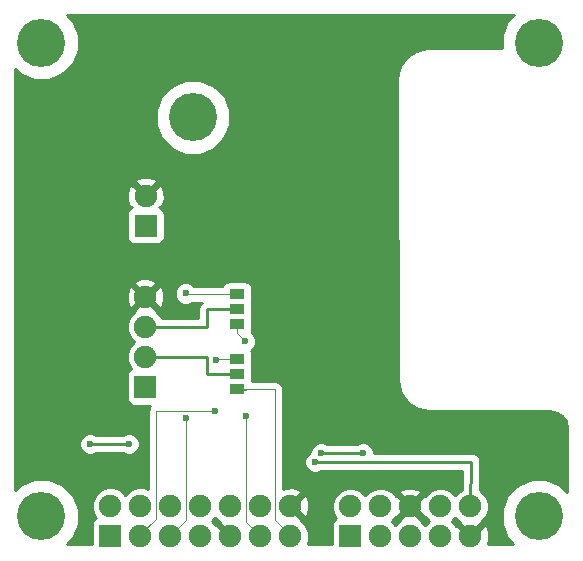
<source format=gtl>
G04 #@! TF.FileFunction,Copper,L1,Top,Signal*
%FSLAX46Y46*%
G04 Gerber Fmt 4.6, Leading zero omitted, Abs format (unit mm)*
G04 Created by KiCad (PCBNEW 4.0.6) date Monday, 31 July 2017 'PMt' 21:07:52*
%MOMM*%
%LPD*%
G01*
G04 APERTURE LIST*
%ADD10C,0.100000*%
%ADD11C,0.600000*%
%ADD12R,1.900000X1.900000*%
%ADD13C,1.900000*%
%ADD14R,1.270000X0.970000*%
%ADD15C,4.064000*%
%ADD16C,0.250000*%
%ADD17C,0.200000*%
%ADD18C,0.254000*%
G04 APERTURE END LIST*
D10*
D11*
X163070000Y-115140000D03*
D12*
X149480000Y-107180000D03*
D13*
X149480000Y-104640000D03*
X149480000Y-102100000D03*
X149480000Y-99560000D03*
D12*
X146520000Y-119820000D03*
D13*
X146520000Y-117280000D03*
X149060000Y-119820000D03*
X149060000Y-117280000D03*
X151600000Y-119820000D03*
X151600000Y-117280000D03*
X154140000Y-119820000D03*
X154140000Y-117280000D03*
X156680000Y-119820000D03*
X156680000Y-117280000D03*
X159220000Y-119820000D03*
X159220000Y-117280000D03*
X161760000Y-119820000D03*
X161760000Y-117280000D03*
D12*
X166840000Y-119840000D03*
D13*
X166840000Y-117300000D03*
X169380000Y-119840000D03*
X169380000Y-117300000D03*
X171920000Y-119840000D03*
X171920000Y-117300000D03*
X174460000Y-119840000D03*
X174460000Y-117300000D03*
X177000000Y-119840000D03*
X177000000Y-117300000D03*
D14*
X157230000Y-104850000D03*
X157230000Y-106120000D03*
X157230000Y-107390000D03*
X157230000Y-99350000D03*
X157230000Y-100620000D03*
X157230000Y-101890000D03*
D15*
X182791100Y-78028800D03*
X140675000Y-78025000D03*
X140675000Y-118150000D03*
X182800000Y-118150000D03*
X153500000Y-84350000D03*
D11*
X148550000Y-114300000D03*
D12*
X149504400Y-93522800D03*
D13*
X149504400Y-90982800D03*
D11*
X148082000Y-112014000D03*
X144780000Y-112014000D03*
X155448000Y-104902000D03*
X155390000Y-109180000D03*
X152890000Y-99270000D03*
X152920000Y-109780000D03*
X164338000Y-112776000D03*
X167894000Y-112776000D03*
X163830000Y-113538000D03*
X157920000Y-103320000D03*
X158000000Y-109660000D03*
D16*
X149480000Y-104640000D02*
X154710000Y-104640000D01*
X154730000Y-106120000D02*
X157230000Y-106120000D01*
X154730000Y-104660000D02*
X154730000Y-106120000D01*
X154710000Y-104640000D02*
X154730000Y-104660000D01*
X149480000Y-102100000D02*
X154710000Y-102100000D01*
X154730000Y-100620000D02*
X157230000Y-100620000D01*
X154730000Y-102080000D02*
X154730000Y-100620000D01*
X154710000Y-102100000D02*
X154730000Y-102080000D01*
X144780000Y-112014000D02*
X148082000Y-112014000D01*
D10*
X149060000Y-119820000D02*
X149060000Y-119672000D01*
X149060000Y-119672000D02*
X150368000Y-118364000D01*
X155500000Y-104850000D02*
X157230000Y-104850000D01*
X155448000Y-104902000D02*
X155500000Y-104850000D01*
X150420000Y-109190000D02*
X155390000Y-109180000D01*
X150368000Y-118364000D02*
X150420000Y-109190000D01*
D17*
X149060000Y-119820000D02*
X149060000Y-119740000D01*
D10*
X152970000Y-99350000D02*
X157230000Y-99350000D01*
X152890000Y-99270000D02*
X152970000Y-99350000D01*
X152920000Y-118490000D02*
X152920000Y-109780000D01*
X151600000Y-119810000D02*
X152920000Y-118490000D01*
X151600000Y-119820000D02*
X151600000Y-119810000D01*
D16*
X164338000Y-112776000D02*
X167894000Y-112776000D01*
X177038000Y-113538000D02*
X177000000Y-117300000D01*
X177076000Y-113500000D02*
X177038000Y-113538000D01*
X163830000Y-113538000D02*
X177076000Y-113500000D01*
D10*
X159220000Y-119820000D02*
X159220000Y-119800000D01*
X159220000Y-119800000D02*
X158000000Y-118580000D01*
X157230000Y-102630000D02*
X157230000Y-101890000D01*
X157920000Y-103320000D02*
X157230000Y-102630000D01*
X158000000Y-118580000D02*
X158000000Y-109660000D01*
D17*
X159220000Y-119820000D02*
X159190000Y-119820000D01*
X159220000Y-119820000D02*
X159220000Y-119690000D01*
D10*
X157240000Y-107400000D02*
X160460000Y-107400000D01*
X160460000Y-118440000D02*
X160460000Y-107400000D01*
X160460000Y-118440000D02*
X161760000Y-119740000D01*
X157240000Y-107400000D02*
X157230000Y-107390000D01*
X161760000Y-119820000D02*
X161760000Y-119740000D01*
X157988000Y-107442000D02*
X157230000Y-107390000D01*
D18*
G36*
X180114592Y-76237034D02*
X179632650Y-77397679D01*
X179631713Y-78471056D01*
X179578753Y-78471056D01*
X179512569Y-78457891D01*
X179512265Y-78457951D01*
X179511960Y-78457891D01*
X173549271Y-78463191D01*
X173483408Y-78476353D01*
X173416240Y-78476353D01*
X172626574Y-78633428D01*
X172451969Y-78705752D01*
X172379645Y-78735710D01*
X171710201Y-79183020D01*
X171632500Y-79260721D01*
X171521210Y-79372010D01*
X171073901Y-80041457D01*
X171035924Y-80133142D01*
X170971620Y-80288386D01*
X170814547Y-81078051D01*
X170814547Y-81142351D01*
X170801414Y-81205304D01*
X170787726Y-82674342D01*
X170788491Y-82678382D01*
X170787698Y-82682418D01*
X170846483Y-106457518D01*
X170849315Y-106471575D01*
X170846481Y-106485824D01*
X170846481Y-106485827D01*
X170859643Y-106551996D01*
X170859643Y-106619465D01*
X171016718Y-107409130D01*
X171049753Y-107488882D01*
X171118999Y-107656058D01*
X171566309Y-108325503D01*
X171755300Y-108514494D01*
X172424746Y-108961803D01*
X172565020Y-109019906D01*
X172671674Y-109064084D01*
X173461339Y-109221158D01*
X173540411Y-109221158D01*
X173610000Y-109235000D01*
X183752344Y-109235000D01*
X184337980Y-109351490D01*
X184780842Y-109647401D01*
X185076753Y-110090263D01*
X185194375Y-110681583D01*
X185217745Y-116100565D01*
X184591766Y-115473492D01*
X183431121Y-114991550D01*
X182174393Y-114990453D01*
X181012908Y-115470369D01*
X180123492Y-116358234D01*
X179641550Y-117518879D01*
X179640453Y-118775607D01*
X180120369Y-119937092D01*
X180640822Y-120458454D01*
X178461271Y-120458454D01*
X178596188Y-120092602D01*
X178571352Y-119462539D01*
X178378019Y-118995792D01*
X178116350Y-118903255D01*
X177179605Y-119840000D01*
X177193748Y-119854143D01*
X177014143Y-120033748D01*
X177000000Y-120019605D01*
X176985858Y-120033748D01*
X176806253Y-119854143D01*
X176820395Y-119840000D01*
X175883650Y-118903255D01*
X175795561Y-118934407D01*
X175431529Y-118569739D01*
X175730261Y-118271529D01*
X176094211Y-118636116D01*
X176063255Y-118723650D01*
X177000000Y-119660395D01*
X177936745Y-118723650D01*
X177905593Y-118635561D01*
X178342914Y-118199003D01*
X178584724Y-117616659D01*
X178585275Y-116986107D01*
X178344481Y-116403343D01*
X177899003Y-115957086D01*
X177774127Y-115905233D01*
X177796403Y-113699899D01*
X177807303Y-113644268D01*
X177836000Y-113500000D01*
X177835783Y-113498911D01*
X177835997Y-113497820D01*
X177806855Y-113353482D01*
X177778148Y-113209161D01*
X177777531Y-113208238D01*
X177777311Y-113207148D01*
X177695121Y-113084902D01*
X177613401Y-112962599D01*
X177612478Y-112961982D01*
X177611858Y-112961060D01*
X177489231Y-112879631D01*
X177366839Y-112797852D01*
X177365749Y-112797635D01*
X177364824Y-112797021D01*
X177220404Y-112768724D01*
X177076000Y-112740000D01*
X177074911Y-112740217D01*
X177073820Y-112740003D01*
X168829011Y-112763656D01*
X168829162Y-112590833D01*
X168687117Y-112247057D01*
X168424327Y-111983808D01*
X168080799Y-111841162D01*
X167708833Y-111840838D01*
X167365057Y-111982883D01*
X167331882Y-112016000D01*
X164900463Y-112016000D01*
X164868327Y-111983808D01*
X164524799Y-111841162D01*
X164152833Y-111840838D01*
X163809057Y-111982883D01*
X163545808Y-112245673D01*
X163403162Y-112589201D01*
X163403063Y-112702735D01*
X163301057Y-112744883D01*
X163037808Y-113007673D01*
X162895162Y-113351201D01*
X162894838Y-113723167D01*
X163036883Y-114066943D01*
X163299673Y-114330192D01*
X163643201Y-114472838D01*
X164015167Y-114473162D01*
X164358943Y-114331117D01*
X164393735Y-114296386D01*
X176270645Y-114262314D01*
X176254172Y-115893198D01*
X176103343Y-115955519D01*
X175729739Y-116328471D01*
X175359003Y-115957086D01*
X174776659Y-115715276D01*
X174146107Y-115714725D01*
X173563343Y-115955519D01*
X173123884Y-116394211D01*
X173036350Y-116363255D01*
X172099605Y-117300000D01*
X173036350Y-118236745D01*
X173124439Y-118205593D01*
X173488471Y-118570261D01*
X173189739Y-118868471D01*
X172825789Y-118503884D01*
X172856745Y-118416350D01*
X171920000Y-117479605D01*
X170983255Y-118416350D01*
X171014407Y-118504439D01*
X170649739Y-118868471D01*
X170351529Y-118569739D01*
X170716116Y-118205789D01*
X170803650Y-118236745D01*
X171740395Y-117300000D01*
X170803650Y-116363255D01*
X170715561Y-116394407D01*
X170505172Y-116183650D01*
X170983255Y-116183650D01*
X171920000Y-117120395D01*
X172856745Y-116183650D01*
X172764208Y-115921981D01*
X172172602Y-115703812D01*
X171542539Y-115728648D01*
X171075792Y-115921981D01*
X170983255Y-116183650D01*
X170505172Y-116183650D01*
X170279003Y-115957086D01*
X169696659Y-115715276D01*
X169066107Y-115714725D01*
X168483343Y-115955519D01*
X168109739Y-116328471D01*
X167739003Y-115957086D01*
X167156659Y-115715276D01*
X166526107Y-115714725D01*
X165943343Y-115955519D01*
X165497086Y-116400997D01*
X165255276Y-116983341D01*
X165254725Y-117613893D01*
X165495519Y-118196657D01*
X165612585Y-118313927D01*
X165438559Y-118425910D01*
X165293569Y-118638110D01*
X165242560Y-118890000D01*
X165242560Y-120458454D01*
X163211103Y-120458454D01*
X163344724Y-120136659D01*
X163345275Y-119506107D01*
X163104481Y-118923343D01*
X162665789Y-118483884D01*
X162696745Y-118396350D01*
X161760000Y-117459605D01*
X161745858Y-117473748D01*
X161566253Y-117294143D01*
X161580395Y-117280000D01*
X161939605Y-117280000D01*
X162876350Y-118216745D01*
X163138019Y-118124208D01*
X163356188Y-117532602D01*
X163331352Y-116902539D01*
X163138019Y-116435792D01*
X162876350Y-116343255D01*
X161939605Y-117280000D01*
X161580395Y-117280000D01*
X161566253Y-117265858D01*
X161745858Y-117086253D01*
X161760000Y-117100395D01*
X162696745Y-116163650D01*
X162604208Y-115901981D01*
X162012602Y-115683812D01*
X161382539Y-115708648D01*
X161145000Y-115807040D01*
X161145000Y-107400000D01*
X161092857Y-107137862D01*
X160944368Y-106915632D01*
X160722138Y-106767143D01*
X160460000Y-106715000D01*
X158490164Y-106715000D01*
X158512440Y-106605000D01*
X158512440Y-105635000D01*
X158483179Y-105479493D01*
X158512440Y-105335000D01*
X158512440Y-104365000D01*
X158468162Y-104129683D01*
X158454154Y-104107915D01*
X158712192Y-103850327D01*
X158854838Y-103506799D01*
X158855162Y-103134833D01*
X158713117Y-102791057D01*
X158476239Y-102553765D01*
X158512440Y-102375000D01*
X158512440Y-101405000D01*
X158483179Y-101249493D01*
X158512440Y-101105000D01*
X158512440Y-100135000D01*
X158483179Y-99979493D01*
X158512440Y-99835000D01*
X158512440Y-98865000D01*
X158468162Y-98629683D01*
X158329090Y-98413559D01*
X158116890Y-98268569D01*
X157865000Y-98217560D01*
X156595000Y-98217560D01*
X156359683Y-98261838D01*
X156143559Y-98400910D01*
X155998569Y-98613110D01*
X155988061Y-98665000D01*
X153607193Y-98665000D01*
X153420327Y-98477808D01*
X153076799Y-98335162D01*
X152704833Y-98334838D01*
X152361057Y-98476883D01*
X152097808Y-98739673D01*
X151955162Y-99083201D01*
X151954838Y-99455167D01*
X152096883Y-99798943D01*
X152359673Y-100062192D01*
X152703201Y-100204838D01*
X153075167Y-100205162D01*
X153418943Y-100063117D01*
X153447109Y-100035000D01*
X154263836Y-100035000D01*
X154192599Y-100082599D01*
X154027852Y-100329161D01*
X153970000Y-100620000D01*
X153970000Y-101340000D01*
X150880947Y-101340000D01*
X150824481Y-101203343D01*
X150385789Y-100763884D01*
X150416745Y-100676350D01*
X149480000Y-99739605D01*
X148543255Y-100676350D01*
X148574407Y-100764439D01*
X148137086Y-101200997D01*
X147895276Y-101783341D01*
X147894725Y-102413893D01*
X148135519Y-102996657D01*
X148508471Y-103370261D01*
X148137086Y-103740997D01*
X147895276Y-104323341D01*
X147894725Y-104953893D01*
X148135519Y-105536657D01*
X148252585Y-105653927D01*
X148078559Y-105765910D01*
X147933569Y-105978110D01*
X147882560Y-106230000D01*
X147882560Y-108130000D01*
X147926838Y-108365317D01*
X148065910Y-108581441D01*
X148278110Y-108726431D01*
X148530000Y-108777440D01*
X149887536Y-108777440D01*
X149862065Y-108815726D01*
X149788639Y-108924279D01*
X149788101Y-108926905D01*
X149786617Y-108929136D01*
X149761303Y-109057747D01*
X149735011Y-109186118D01*
X149697361Y-115828443D01*
X149376659Y-115695276D01*
X148746107Y-115694725D01*
X148163343Y-115935519D01*
X147789739Y-116308471D01*
X147419003Y-115937086D01*
X146836659Y-115695276D01*
X146206107Y-115694725D01*
X145623343Y-115935519D01*
X145177086Y-116380997D01*
X144935276Y-116963341D01*
X144934725Y-117593893D01*
X145175519Y-118176657D01*
X145292585Y-118293927D01*
X145118559Y-118405910D01*
X144973569Y-118618110D01*
X144922560Y-118870000D01*
X144922560Y-120458454D01*
X142833917Y-120458454D01*
X143351508Y-119941766D01*
X143833450Y-118781121D01*
X143834547Y-117524393D01*
X143354631Y-116362908D01*
X142466766Y-115473492D01*
X141306121Y-114991550D01*
X140049393Y-114990453D01*
X138887908Y-115470369D01*
X138473697Y-115883858D01*
X138473697Y-112199167D01*
X143844838Y-112199167D01*
X143986883Y-112542943D01*
X144249673Y-112806192D01*
X144593201Y-112948838D01*
X144965167Y-112949162D01*
X145308943Y-112807117D01*
X145342118Y-112774000D01*
X147519537Y-112774000D01*
X147551673Y-112806192D01*
X147895201Y-112948838D01*
X148267167Y-112949162D01*
X148610943Y-112807117D01*
X148874192Y-112544327D01*
X149016838Y-112200799D01*
X149017162Y-111828833D01*
X148875117Y-111485057D01*
X148612327Y-111221808D01*
X148268799Y-111079162D01*
X147896833Y-111078838D01*
X147553057Y-111220883D01*
X147519882Y-111254000D01*
X145342463Y-111254000D01*
X145310327Y-111221808D01*
X144966799Y-111079162D01*
X144594833Y-111078838D01*
X144251057Y-111220883D01*
X143987808Y-111483673D01*
X143845162Y-111827201D01*
X143844838Y-112199167D01*
X138473697Y-112199167D01*
X138473697Y-99307398D01*
X147883812Y-99307398D01*
X147908648Y-99937461D01*
X148101981Y-100404208D01*
X148363650Y-100496745D01*
X149300395Y-99560000D01*
X149659605Y-99560000D01*
X150596350Y-100496745D01*
X150858019Y-100404208D01*
X151076188Y-99812602D01*
X151051352Y-99182539D01*
X150858019Y-98715792D01*
X150596350Y-98623255D01*
X149659605Y-99560000D01*
X149300395Y-99560000D01*
X148363650Y-98623255D01*
X148101981Y-98715792D01*
X147883812Y-99307398D01*
X138473697Y-99307398D01*
X138473697Y-98443650D01*
X148543255Y-98443650D01*
X149480000Y-99380395D01*
X150416745Y-98443650D01*
X150324208Y-98181981D01*
X149732602Y-97963812D01*
X149102539Y-97988648D01*
X148635792Y-98181981D01*
X148543255Y-98443650D01*
X138473697Y-98443650D01*
X138473697Y-92572800D01*
X147906960Y-92572800D01*
X147906960Y-94472800D01*
X147951238Y-94708117D01*
X148090310Y-94924241D01*
X148302510Y-95069231D01*
X148554400Y-95120240D01*
X150454400Y-95120240D01*
X150689717Y-95075962D01*
X150905841Y-94936890D01*
X151050831Y-94724690D01*
X151101840Y-94472800D01*
X151101840Y-92572800D01*
X151057562Y-92337483D01*
X150918490Y-92121359D01*
X150706290Y-91976369D01*
X150670286Y-91969078D01*
X150620752Y-91919544D01*
X150882419Y-91827008D01*
X151100588Y-91235402D01*
X151075752Y-90605339D01*
X150882419Y-90138592D01*
X150620750Y-90046055D01*
X149684005Y-90982800D01*
X149698148Y-90996943D01*
X149518543Y-91176548D01*
X149504400Y-91162405D01*
X149490258Y-91176548D01*
X149310653Y-90996943D01*
X149324795Y-90982800D01*
X148388050Y-90046055D01*
X148126381Y-90138592D01*
X147908212Y-90730198D01*
X147933048Y-91360261D01*
X148126381Y-91827008D01*
X148388048Y-91919544D01*
X148342328Y-91965264D01*
X148319083Y-91969638D01*
X148102959Y-92108710D01*
X147957969Y-92320910D01*
X147906960Y-92572800D01*
X138473697Y-92572800D01*
X138473697Y-89866450D01*
X148567655Y-89866450D01*
X149504400Y-90803195D01*
X150441145Y-89866450D01*
X150348608Y-89604781D01*
X149757002Y-89386612D01*
X149126939Y-89411448D01*
X148660192Y-89604781D01*
X148567655Y-89866450D01*
X138473697Y-89866450D01*
X138473697Y-84975607D01*
X150340453Y-84975607D01*
X150820369Y-86137092D01*
X151708234Y-87026508D01*
X152868879Y-87508450D01*
X154125607Y-87509547D01*
X155287092Y-87029631D01*
X156176508Y-86141766D01*
X156658450Y-84981121D01*
X156659547Y-83724393D01*
X156179631Y-82562908D01*
X155291766Y-81673492D01*
X154131121Y-81191550D01*
X152874393Y-81190453D01*
X151712908Y-81670369D01*
X150823492Y-82558234D01*
X150341550Y-83718879D01*
X150340453Y-84975607D01*
X138473697Y-84975607D01*
X138473697Y-80291256D01*
X138883234Y-80701508D01*
X140043879Y-81183450D01*
X141300607Y-81184547D01*
X142462092Y-80704631D01*
X143351508Y-79816766D01*
X143833450Y-78656121D01*
X143834547Y-77399393D01*
X143354631Y-76237908D01*
X142819204Y-75701546D01*
X180651015Y-75701546D01*
X180114592Y-76237034D01*
X180114592Y-76237034D01*
G37*
X180114592Y-76237034D02*
X179632650Y-77397679D01*
X179631713Y-78471056D01*
X179578753Y-78471056D01*
X179512569Y-78457891D01*
X179512265Y-78457951D01*
X179511960Y-78457891D01*
X173549271Y-78463191D01*
X173483408Y-78476353D01*
X173416240Y-78476353D01*
X172626574Y-78633428D01*
X172451969Y-78705752D01*
X172379645Y-78735710D01*
X171710201Y-79183020D01*
X171632500Y-79260721D01*
X171521210Y-79372010D01*
X171073901Y-80041457D01*
X171035924Y-80133142D01*
X170971620Y-80288386D01*
X170814547Y-81078051D01*
X170814547Y-81142351D01*
X170801414Y-81205304D01*
X170787726Y-82674342D01*
X170788491Y-82678382D01*
X170787698Y-82682418D01*
X170846483Y-106457518D01*
X170849315Y-106471575D01*
X170846481Y-106485824D01*
X170846481Y-106485827D01*
X170859643Y-106551996D01*
X170859643Y-106619465D01*
X171016718Y-107409130D01*
X171049753Y-107488882D01*
X171118999Y-107656058D01*
X171566309Y-108325503D01*
X171755300Y-108514494D01*
X172424746Y-108961803D01*
X172565020Y-109019906D01*
X172671674Y-109064084D01*
X173461339Y-109221158D01*
X173540411Y-109221158D01*
X173610000Y-109235000D01*
X183752344Y-109235000D01*
X184337980Y-109351490D01*
X184780842Y-109647401D01*
X185076753Y-110090263D01*
X185194375Y-110681583D01*
X185217745Y-116100565D01*
X184591766Y-115473492D01*
X183431121Y-114991550D01*
X182174393Y-114990453D01*
X181012908Y-115470369D01*
X180123492Y-116358234D01*
X179641550Y-117518879D01*
X179640453Y-118775607D01*
X180120369Y-119937092D01*
X180640822Y-120458454D01*
X178461271Y-120458454D01*
X178596188Y-120092602D01*
X178571352Y-119462539D01*
X178378019Y-118995792D01*
X178116350Y-118903255D01*
X177179605Y-119840000D01*
X177193748Y-119854143D01*
X177014143Y-120033748D01*
X177000000Y-120019605D01*
X176985858Y-120033748D01*
X176806253Y-119854143D01*
X176820395Y-119840000D01*
X175883650Y-118903255D01*
X175795561Y-118934407D01*
X175431529Y-118569739D01*
X175730261Y-118271529D01*
X176094211Y-118636116D01*
X176063255Y-118723650D01*
X177000000Y-119660395D01*
X177936745Y-118723650D01*
X177905593Y-118635561D01*
X178342914Y-118199003D01*
X178584724Y-117616659D01*
X178585275Y-116986107D01*
X178344481Y-116403343D01*
X177899003Y-115957086D01*
X177774127Y-115905233D01*
X177796403Y-113699899D01*
X177807303Y-113644268D01*
X177836000Y-113500000D01*
X177835783Y-113498911D01*
X177835997Y-113497820D01*
X177806855Y-113353482D01*
X177778148Y-113209161D01*
X177777531Y-113208238D01*
X177777311Y-113207148D01*
X177695121Y-113084902D01*
X177613401Y-112962599D01*
X177612478Y-112961982D01*
X177611858Y-112961060D01*
X177489231Y-112879631D01*
X177366839Y-112797852D01*
X177365749Y-112797635D01*
X177364824Y-112797021D01*
X177220404Y-112768724D01*
X177076000Y-112740000D01*
X177074911Y-112740217D01*
X177073820Y-112740003D01*
X168829011Y-112763656D01*
X168829162Y-112590833D01*
X168687117Y-112247057D01*
X168424327Y-111983808D01*
X168080799Y-111841162D01*
X167708833Y-111840838D01*
X167365057Y-111982883D01*
X167331882Y-112016000D01*
X164900463Y-112016000D01*
X164868327Y-111983808D01*
X164524799Y-111841162D01*
X164152833Y-111840838D01*
X163809057Y-111982883D01*
X163545808Y-112245673D01*
X163403162Y-112589201D01*
X163403063Y-112702735D01*
X163301057Y-112744883D01*
X163037808Y-113007673D01*
X162895162Y-113351201D01*
X162894838Y-113723167D01*
X163036883Y-114066943D01*
X163299673Y-114330192D01*
X163643201Y-114472838D01*
X164015167Y-114473162D01*
X164358943Y-114331117D01*
X164393735Y-114296386D01*
X176270645Y-114262314D01*
X176254172Y-115893198D01*
X176103343Y-115955519D01*
X175729739Y-116328471D01*
X175359003Y-115957086D01*
X174776659Y-115715276D01*
X174146107Y-115714725D01*
X173563343Y-115955519D01*
X173123884Y-116394211D01*
X173036350Y-116363255D01*
X172099605Y-117300000D01*
X173036350Y-118236745D01*
X173124439Y-118205593D01*
X173488471Y-118570261D01*
X173189739Y-118868471D01*
X172825789Y-118503884D01*
X172856745Y-118416350D01*
X171920000Y-117479605D01*
X170983255Y-118416350D01*
X171014407Y-118504439D01*
X170649739Y-118868471D01*
X170351529Y-118569739D01*
X170716116Y-118205789D01*
X170803650Y-118236745D01*
X171740395Y-117300000D01*
X170803650Y-116363255D01*
X170715561Y-116394407D01*
X170505172Y-116183650D01*
X170983255Y-116183650D01*
X171920000Y-117120395D01*
X172856745Y-116183650D01*
X172764208Y-115921981D01*
X172172602Y-115703812D01*
X171542539Y-115728648D01*
X171075792Y-115921981D01*
X170983255Y-116183650D01*
X170505172Y-116183650D01*
X170279003Y-115957086D01*
X169696659Y-115715276D01*
X169066107Y-115714725D01*
X168483343Y-115955519D01*
X168109739Y-116328471D01*
X167739003Y-115957086D01*
X167156659Y-115715276D01*
X166526107Y-115714725D01*
X165943343Y-115955519D01*
X165497086Y-116400997D01*
X165255276Y-116983341D01*
X165254725Y-117613893D01*
X165495519Y-118196657D01*
X165612585Y-118313927D01*
X165438559Y-118425910D01*
X165293569Y-118638110D01*
X165242560Y-118890000D01*
X165242560Y-120458454D01*
X163211103Y-120458454D01*
X163344724Y-120136659D01*
X163345275Y-119506107D01*
X163104481Y-118923343D01*
X162665789Y-118483884D01*
X162696745Y-118396350D01*
X161760000Y-117459605D01*
X161745858Y-117473748D01*
X161566253Y-117294143D01*
X161580395Y-117280000D01*
X161939605Y-117280000D01*
X162876350Y-118216745D01*
X163138019Y-118124208D01*
X163356188Y-117532602D01*
X163331352Y-116902539D01*
X163138019Y-116435792D01*
X162876350Y-116343255D01*
X161939605Y-117280000D01*
X161580395Y-117280000D01*
X161566253Y-117265858D01*
X161745858Y-117086253D01*
X161760000Y-117100395D01*
X162696745Y-116163650D01*
X162604208Y-115901981D01*
X162012602Y-115683812D01*
X161382539Y-115708648D01*
X161145000Y-115807040D01*
X161145000Y-107400000D01*
X161092857Y-107137862D01*
X160944368Y-106915632D01*
X160722138Y-106767143D01*
X160460000Y-106715000D01*
X158490164Y-106715000D01*
X158512440Y-106605000D01*
X158512440Y-105635000D01*
X158483179Y-105479493D01*
X158512440Y-105335000D01*
X158512440Y-104365000D01*
X158468162Y-104129683D01*
X158454154Y-104107915D01*
X158712192Y-103850327D01*
X158854838Y-103506799D01*
X158855162Y-103134833D01*
X158713117Y-102791057D01*
X158476239Y-102553765D01*
X158512440Y-102375000D01*
X158512440Y-101405000D01*
X158483179Y-101249493D01*
X158512440Y-101105000D01*
X158512440Y-100135000D01*
X158483179Y-99979493D01*
X158512440Y-99835000D01*
X158512440Y-98865000D01*
X158468162Y-98629683D01*
X158329090Y-98413559D01*
X158116890Y-98268569D01*
X157865000Y-98217560D01*
X156595000Y-98217560D01*
X156359683Y-98261838D01*
X156143559Y-98400910D01*
X155998569Y-98613110D01*
X155988061Y-98665000D01*
X153607193Y-98665000D01*
X153420327Y-98477808D01*
X153076799Y-98335162D01*
X152704833Y-98334838D01*
X152361057Y-98476883D01*
X152097808Y-98739673D01*
X151955162Y-99083201D01*
X151954838Y-99455167D01*
X152096883Y-99798943D01*
X152359673Y-100062192D01*
X152703201Y-100204838D01*
X153075167Y-100205162D01*
X153418943Y-100063117D01*
X153447109Y-100035000D01*
X154263836Y-100035000D01*
X154192599Y-100082599D01*
X154027852Y-100329161D01*
X153970000Y-100620000D01*
X153970000Y-101340000D01*
X150880947Y-101340000D01*
X150824481Y-101203343D01*
X150385789Y-100763884D01*
X150416745Y-100676350D01*
X149480000Y-99739605D01*
X148543255Y-100676350D01*
X148574407Y-100764439D01*
X148137086Y-101200997D01*
X147895276Y-101783341D01*
X147894725Y-102413893D01*
X148135519Y-102996657D01*
X148508471Y-103370261D01*
X148137086Y-103740997D01*
X147895276Y-104323341D01*
X147894725Y-104953893D01*
X148135519Y-105536657D01*
X148252585Y-105653927D01*
X148078559Y-105765910D01*
X147933569Y-105978110D01*
X147882560Y-106230000D01*
X147882560Y-108130000D01*
X147926838Y-108365317D01*
X148065910Y-108581441D01*
X148278110Y-108726431D01*
X148530000Y-108777440D01*
X149887536Y-108777440D01*
X149862065Y-108815726D01*
X149788639Y-108924279D01*
X149788101Y-108926905D01*
X149786617Y-108929136D01*
X149761303Y-109057747D01*
X149735011Y-109186118D01*
X149697361Y-115828443D01*
X149376659Y-115695276D01*
X148746107Y-115694725D01*
X148163343Y-115935519D01*
X147789739Y-116308471D01*
X147419003Y-115937086D01*
X146836659Y-115695276D01*
X146206107Y-115694725D01*
X145623343Y-115935519D01*
X145177086Y-116380997D01*
X144935276Y-116963341D01*
X144934725Y-117593893D01*
X145175519Y-118176657D01*
X145292585Y-118293927D01*
X145118559Y-118405910D01*
X144973569Y-118618110D01*
X144922560Y-118870000D01*
X144922560Y-120458454D01*
X142833917Y-120458454D01*
X143351508Y-119941766D01*
X143833450Y-118781121D01*
X143834547Y-117524393D01*
X143354631Y-116362908D01*
X142466766Y-115473492D01*
X141306121Y-114991550D01*
X140049393Y-114990453D01*
X138887908Y-115470369D01*
X138473697Y-115883858D01*
X138473697Y-112199167D01*
X143844838Y-112199167D01*
X143986883Y-112542943D01*
X144249673Y-112806192D01*
X144593201Y-112948838D01*
X144965167Y-112949162D01*
X145308943Y-112807117D01*
X145342118Y-112774000D01*
X147519537Y-112774000D01*
X147551673Y-112806192D01*
X147895201Y-112948838D01*
X148267167Y-112949162D01*
X148610943Y-112807117D01*
X148874192Y-112544327D01*
X149016838Y-112200799D01*
X149017162Y-111828833D01*
X148875117Y-111485057D01*
X148612327Y-111221808D01*
X148268799Y-111079162D01*
X147896833Y-111078838D01*
X147553057Y-111220883D01*
X147519882Y-111254000D01*
X145342463Y-111254000D01*
X145310327Y-111221808D01*
X144966799Y-111079162D01*
X144594833Y-111078838D01*
X144251057Y-111220883D01*
X143987808Y-111483673D01*
X143845162Y-111827201D01*
X143844838Y-112199167D01*
X138473697Y-112199167D01*
X138473697Y-99307398D01*
X147883812Y-99307398D01*
X147908648Y-99937461D01*
X148101981Y-100404208D01*
X148363650Y-100496745D01*
X149300395Y-99560000D01*
X149659605Y-99560000D01*
X150596350Y-100496745D01*
X150858019Y-100404208D01*
X151076188Y-99812602D01*
X151051352Y-99182539D01*
X150858019Y-98715792D01*
X150596350Y-98623255D01*
X149659605Y-99560000D01*
X149300395Y-99560000D01*
X148363650Y-98623255D01*
X148101981Y-98715792D01*
X147883812Y-99307398D01*
X138473697Y-99307398D01*
X138473697Y-98443650D01*
X148543255Y-98443650D01*
X149480000Y-99380395D01*
X150416745Y-98443650D01*
X150324208Y-98181981D01*
X149732602Y-97963812D01*
X149102539Y-97988648D01*
X148635792Y-98181981D01*
X148543255Y-98443650D01*
X138473697Y-98443650D01*
X138473697Y-92572800D01*
X147906960Y-92572800D01*
X147906960Y-94472800D01*
X147951238Y-94708117D01*
X148090310Y-94924241D01*
X148302510Y-95069231D01*
X148554400Y-95120240D01*
X150454400Y-95120240D01*
X150689717Y-95075962D01*
X150905841Y-94936890D01*
X151050831Y-94724690D01*
X151101840Y-94472800D01*
X151101840Y-92572800D01*
X151057562Y-92337483D01*
X150918490Y-92121359D01*
X150706290Y-91976369D01*
X150670286Y-91969078D01*
X150620752Y-91919544D01*
X150882419Y-91827008D01*
X151100588Y-91235402D01*
X151075752Y-90605339D01*
X150882419Y-90138592D01*
X150620750Y-90046055D01*
X149684005Y-90982800D01*
X149698148Y-90996943D01*
X149518543Y-91176548D01*
X149504400Y-91162405D01*
X149490258Y-91176548D01*
X149310653Y-90996943D01*
X149324795Y-90982800D01*
X148388050Y-90046055D01*
X148126381Y-90138592D01*
X147908212Y-90730198D01*
X147933048Y-91360261D01*
X148126381Y-91827008D01*
X148388048Y-91919544D01*
X148342328Y-91965264D01*
X148319083Y-91969638D01*
X148102959Y-92108710D01*
X147957969Y-92320910D01*
X147906960Y-92572800D01*
X138473697Y-92572800D01*
X138473697Y-89866450D01*
X148567655Y-89866450D01*
X149504400Y-90803195D01*
X150441145Y-89866450D01*
X150348608Y-89604781D01*
X149757002Y-89386612D01*
X149126939Y-89411448D01*
X148660192Y-89604781D01*
X148567655Y-89866450D01*
X138473697Y-89866450D01*
X138473697Y-84975607D01*
X150340453Y-84975607D01*
X150820369Y-86137092D01*
X151708234Y-87026508D01*
X152868879Y-87508450D01*
X154125607Y-87509547D01*
X155287092Y-87029631D01*
X156176508Y-86141766D01*
X156658450Y-84981121D01*
X156659547Y-83724393D01*
X156179631Y-82562908D01*
X155291766Y-81673492D01*
X154131121Y-81191550D01*
X152874393Y-81190453D01*
X151712908Y-81670369D01*
X150823492Y-82558234D01*
X150341550Y-83718879D01*
X150340453Y-84975607D01*
X138473697Y-84975607D01*
X138473697Y-80291256D01*
X138883234Y-80701508D01*
X140043879Y-81183450D01*
X141300607Y-81184547D01*
X142462092Y-80704631D01*
X143351508Y-79816766D01*
X143833450Y-78656121D01*
X143834547Y-77399393D01*
X143354631Y-76237908D01*
X142819204Y-75701546D01*
X180651015Y-75701546D01*
X180114592Y-76237034D01*
G36*
X155774211Y-118616116D02*
X155743255Y-118703650D01*
X156680000Y-119640395D01*
X156694143Y-119626253D01*
X156873748Y-119805858D01*
X156859605Y-119820000D01*
X156873748Y-119834143D01*
X156694143Y-120013748D01*
X156680000Y-119999605D01*
X156665858Y-120013748D01*
X156486253Y-119834143D01*
X156500395Y-119820000D01*
X155563650Y-118883255D01*
X155475561Y-118914407D01*
X155111529Y-118549739D01*
X155410261Y-118251529D01*
X155774211Y-118616116D01*
X155774211Y-118616116D01*
G37*
X155774211Y-118616116D02*
X155743255Y-118703650D01*
X156680000Y-119640395D01*
X156694143Y-119626253D01*
X156873748Y-119805858D01*
X156859605Y-119820000D01*
X156873748Y-119834143D01*
X156694143Y-120013748D01*
X156680000Y-119999605D01*
X156665858Y-120013748D01*
X156486253Y-119834143D01*
X156500395Y-119820000D01*
X155563650Y-118883255D01*
X155475561Y-118914407D01*
X155111529Y-118549739D01*
X155410261Y-118251529D01*
X155774211Y-118616116D01*
G36*
X151793748Y-117265858D02*
X151779605Y-117280000D01*
X151793748Y-117294143D01*
X151614143Y-117473748D01*
X151600000Y-117459605D01*
X151585858Y-117473748D01*
X151406253Y-117294143D01*
X151420395Y-117280000D01*
X151406253Y-117265858D01*
X151585858Y-117086253D01*
X151600000Y-117100395D01*
X151614143Y-117086253D01*
X151793748Y-117265858D01*
X151793748Y-117265858D01*
G37*
X151793748Y-117265858D02*
X151779605Y-117280000D01*
X151793748Y-117294143D01*
X151614143Y-117473748D01*
X151600000Y-117459605D01*
X151585858Y-117473748D01*
X151406253Y-117294143D01*
X151420395Y-117280000D01*
X151406253Y-117265858D01*
X151585858Y-117086253D01*
X151600000Y-117100395D01*
X151614143Y-117086253D01*
X151793748Y-117265858D01*
M02*

</source>
